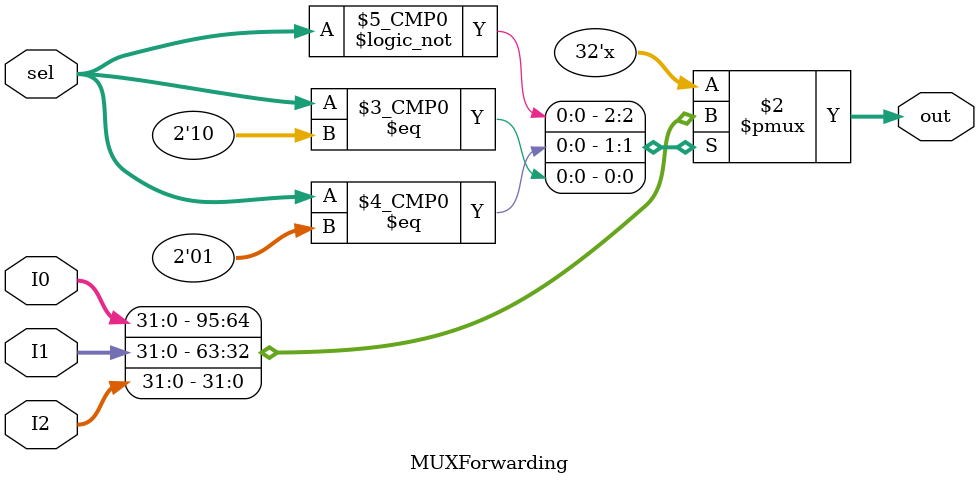
<source format=v>
module MUXForwarding(
    input [31:0] I0,
    input [31:0] I1,
    input [31:0] I2,
    input [1:0] sel,

    output reg [31:0] out
);

always @(*) begin 
    case(sel) 
        2'b00: out <= I0;
        2'b01: out <= I1;
        2'b10: out <= I2;
    endcase
end
endmodule
</source>
